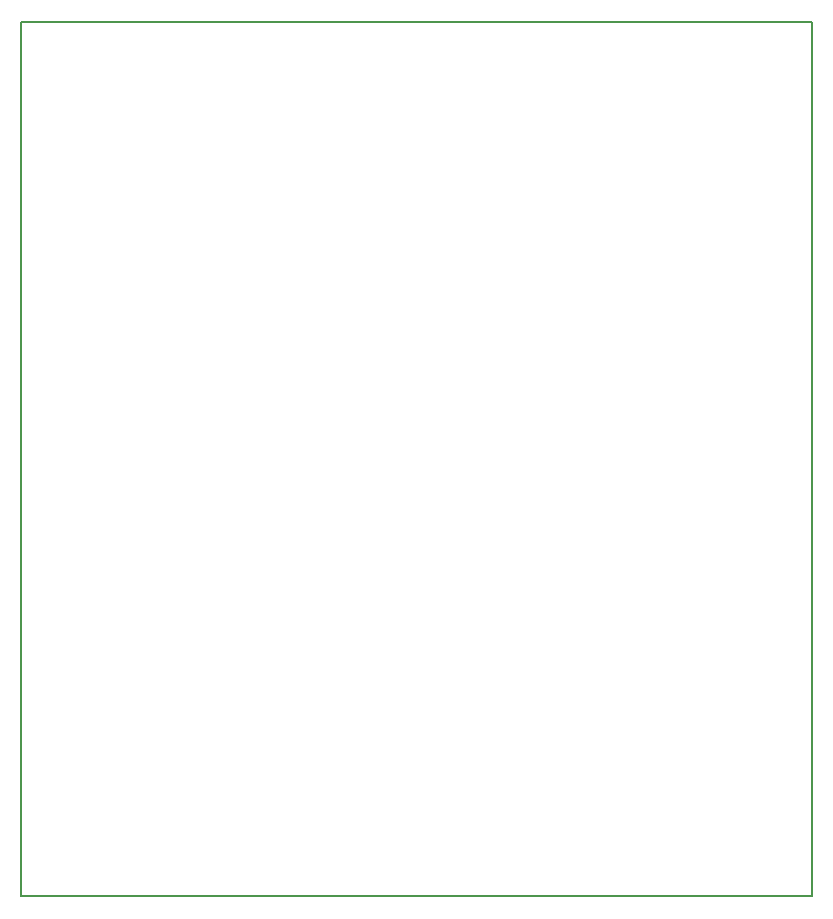
<source format=gbr>
%TF.GenerationSoftware,KiCad,Pcbnew,(6.0.2)*%
%TF.CreationDate,2022-10-05T14:19:39-05:00*%
%TF.ProjectId,OneChipTerminal,4f6e6543-6869-4705-9465-726d696e616c,rev?*%
%TF.SameCoordinates,Original*%
%TF.FileFunction,Profile,NP*%
%FSLAX46Y46*%
G04 Gerber Fmt 4.6, Leading zero omitted, Abs format (unit mm)*
G04 Created by KiCad (PCBNEW (6.0.2)) date 2022-10-05 14:19:39*
%MOMM*%
%LPD*%
G01*
G04 APERTURE LIST*
%TA.AperFunction,Profile*%
%ADD10C,0.150000*%
%TD*%
G04 APERTURE END LIST*
D10*
X179000000Y-61000000D02*
X179000000Y-135000000D01*
X112000000Y-61000000D02*
X179000000Y-61000000D01*
X112000000Y-135000000D02*
X112000000Y-61000000D01*
X179000000Y-135000000D02*
X112000000Y-135000000D01*
M02*

</source>
